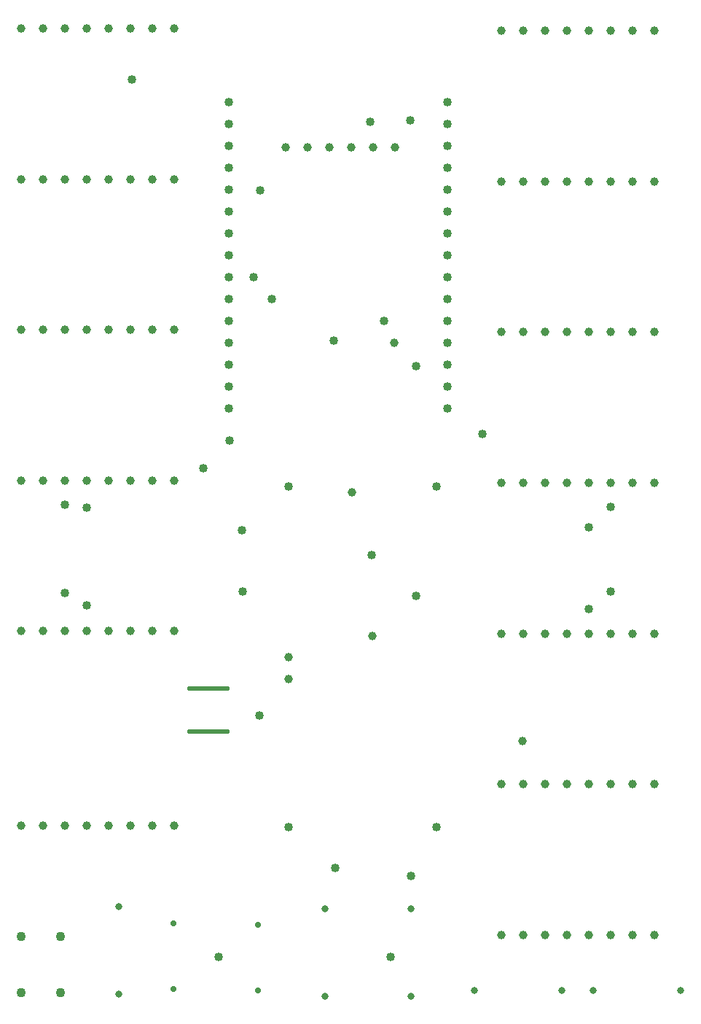
<source format=gbr>
%TF.GenerationSoftware,KiCad,Pcbnew,(6.0.10)*%
%TF.CreationDate,2023-10-14T21:32:33-03:00*%
%TF.ProjectId,FirstBoard,46697273-7442-46f6-9172-642e6b696361,rev?*%
%TF.SameCoordinates,Original*%
%TF.FileFunction,Plated,1,2,PTH,Mixed*%
%TF.FilePolarity,Positive*%
%FSLAX46Y46*%
G04 Gerber Fmt 4.6, Leading zero omitted, Abs format (unit mm)*
G04 Created by KiCad (PCBNEW (6.0.10)) date 2023-10-14 21:32:33*
%MOMM*%
%LPD*%
G01*
G04 APERTURE LIST*
G04 aperture for slot hole*
%TA.AperFunction,ComponentDrill*%
%ADD10O,5.000000X0.500000*%
%TD*%
%TA.AperFunction,ComponentDrill*%
%ADD11C,0.700000*%
%TD*%
%TA.AperFunction,ComponentDrill*%
%ADD12C,0.800000*%
%TD*%
%TA.AperFunction,ViaDrill*%
%ADD13C,1.000000*%
%TD*%
%TA.AperFunction,ComponentDrill*%
%ADD14C,1.000000*%
%TD*%
%TA.AperFunction,ViaDrill*%
%ADD15C,1.020000*%
%TD*%
%TA.AperFunction,ComponentDrill*%
%ADD16C,1.020000*%
%TD*%
%TA.AperFunction,ComponentDrill*%
%ADD17C,1.100000*%
%TD*%
G04 APERTURE END LIST*
D10*
%TO.C,SW2*%
X66480000Y-143733000D03*
X66480000Y-148730000D03*
D11*
%TO.C,D0*%
X62420000Y-170950000D03*
X62420000Y-178570000D03*
%TO.C,D1*%
X72220000Y-171150000D03*
X72220000Y-178770000D03*
D12*
%TO.C,R1*%
X56120000Y-169080000D03*
X56120000Y-179240000D03*
%TO.C,R3*%
X80040000Y-169260000D03*
X80040000Y-179420000D03*
%TO.C,R2*%
X90020000Y-169280000D03*
X90020000Y-179440000D03*
%TO.C,R4*%
X97440000Y-178760000D03*
X107600000Y-178760000D03*
%TO.C,R5*%
X111220000Y-178760000D03*
X121380000Y-178760000D03*
%TD*%
D13*
X83183835Y-120923835D03*
X85530000Y-137670000D03*
X88070000Y-103565571D03*
X103012188Y-149797812D03*
D14*
%TO.C,J8*%
X44725000Y-67130000D03*
%TO.C,J9*%
X44725000Y-84610000D03*
%TO.C,J10*%
X44725000Y-102090000D03*
%TO.C,J11*%
X44725000Y-119570000D03*
%TO.C,J12*%
X44725000Y-137050000D03*
%TO.C,J13*%
X44725000Y-159660000D03*
%TO.C,J8*%
X47265000Y-67130000D03*
%TO.C,J9*%
X47265000Y-84610000D03*
%TO.C,J10*%
X47265000Y-102090000D03*
%TO.C,J11*%
X47265000Y-119570000D03*
%TO.C,J12*%
X47265000Y-137050000D03*
%TO.C,J13*%
X47265000Y-159660000D03*
%TO.C,J8*%
X49805000Y-67130000D03*
%TO.C,J9*%
X49805000Y-84610000D03*
%TO.C,J10*%
X49805000Y-102090000D03*
%TO.C,J11*%
X49805000Y-119570000D03*
%TO.C,J12*%
X49805000Y-137050000D03*
%TO.C,J13*%
X49805000Y-159660000D03*
%TO.C,J8*%
X52345000Y-67130000D03*
%TO.C,J9*%
X52345000Y-84610000D03*
%TO.C,J10*%
X52345000Y-102090000D03*
%TO.C,J11*%
X52345000Y-119570000D03*
%TO.C,J12*%
X52345000Y-137050000D03*
%TO.C,J13*%
X52345000Y-159660000D03*
%TO.C,J8*%
X54885000Y-67130000D03*
%TO.C,J9*%
X54885000Y-84610000D03*
%TO.C,J10*%
X54885000Y-102090000D03*
%TO.C,J11*%
X54885000Y-119570000D03*
%TO.C,J12*%
X54885000Y-137050000D03*
%TO.C,J13*%
X54885000Y-159660000D03*
%TO.C,J8*%
X57425000Y-67130000D03*
%TO.C,J9*%
X57425000Y-84610000D03*
%TO.C,J10*%
X57425000Y-102090000D03*
%TO.C,J11*%
X57425000Y-119570000D03*
%TO.C,J12*%
X57425000Y-137050000D03*
%TO.C,J13*%
X57425000Y-159660000D03*
%TO.C,J8*%
X59965000Y-67130000D03*
%TO.C,J9*%
X59965000Y-84610000D03*
%TO.C,J10*%
X59965000Y-102090000D03*
%TO.C,J11*%
X59965000Y-119570000D03*
%TO.C,J12*%
X59965000Y-137050000D03*
%TO.C,J13*%
X59965000Y-159660000D03*
%TO.C,J8*%
X62505000Y-67130000D03*
%TO.C,J9*%
X62505000Y-84610000D03*
%TO.C,J10*%
X62505000Y-102090000D03*
%TO.C,J11*%
X62505000Y-119570000D03*
%TO.C,J12*%
X62505000Y-137050000D03*
%TO.C,J13*%
X62505000Y-159660000D03*
%TO.C,J15*%
X75478224Y-80910529D03*
%TO.C,J0*%
X75820000Y-140085000D03*
X75820000Y-142625000D03*
%TO.C,J15*%
X78018224Y-80910529D03*
X80558224Y-80910529D03*
X83098224Y-80910529D03*
X85638224Y-80910529D03*
X88178224Y-80910529D03*
%TO.C,J7*%
X100510000Y-67380000D03*
%TO.C,J6*%
X100510000Y-84840000D03*
%TO.C,J5*%
X100510000Y-102340000D03*
%TO.C,J4*%
X100510000Y-119840000D03*
%TO.C,J3*%
X100510000Y-137340000D03*
%TO.C,J2*%
X100510000Y-154820000D03*
%TO.C,J1*%
X100510000Y-172300000D03*
%TO.C,J7*%
X103050000Y-67380000D03*
%TO.C,J6*%
X103050000Y-84840000D03*
%TO.C,J5*%
X103050000Y-102340000D03*
%TO.C,J4*%
X103050000Y-119840000D03*
%TO.C,J3*%
X103050000Y-137340000D03*
%TO.C,J2*%
X103050000Y-154820000D03*
%TO.C,J1*%
X103050000Y-172300000D03*
%TO.C,J7*%
X105590000Y-67380000D03*
%TO.C,J6*%
X105590000Y-84840000D03*
%TO.C,J5*%
X105590000Y-102340000D03*
%TO.C,J4*%
X105590000Y-119840000D03*
%TO.C,J3*%
X105590000Y-137340000D03*
%TO.C,J2*%
X105590000Y-154820000D03*
%TO.C,J1*%
X105590000Y-172300000D03*
%TO.C,J7*%
X108130000Y-67380000D03*
%TO.C,J6*%
X108130000Y-84840000D03*
%TO.C,J5*%
X108130000Y-102340000D03*
%TO.C,J4*%
X108130000Y-119840000D03*
%TO.C,J3*%
X108130000Y-137340000D03*
%TO.C,J2*%
X108130000Y-154820000D03*
%TO.C,J1*%
X108130000Y-172300000D03*
%TO.C,J7*%
X110670000Y-67380000D03*
%TO.C,J6*%
X110670000Y-84840000D03*
%TO.C,J5*%
X110670000Y-102340000D03*
%TO.C,J4*%
X110670000Y-119840000D03*
%TO.C,J3*%
X110670000Y-137340000D03*
%TO.C,J2*%
X110670000Y-154820000D03*
%TO.C,J1*%
X110670000Y-172300000D03*
%TO.C,J7*%
X113210000Y-67380000D03*
%TO.C,J6*%
X113210000Y-84840000D03*
%TO.C,J5*%
X113210000Y-102340000D03*
%TO.C,J4*%
X113210000Y-119840000D03*
%TO.C,J3*%
X113210000Y-137340000D03*
%TO.C,J2*%
X113210000Y-154820000D03*
%TO.C,J1*%
X113210000Y-172300000D03*
%TO.C,J7*%
X115750000Y-67380000D03*
%TO.C,J6*%
X115750000Y-84840000D03*
%TO.C,J5*%
X115750000Y-102340000D03*
%TO.C,J4*%
X115750000Y-119840000D03*
%TO.C,J3*%
X115750000Y-137340000D03*
%TO.C,J2*%
X115750000Y-154820000D03*
%TO.C,J1*%
X115750000Y-172300000D03*
%TO.C,J7*%
X118290000Y-67380000D03*
%TO.C,J6*%
X118290000Y-84840000D03*
%TO.C,J5*%
X118290000Y-102340000D03*
%TO.C,J4*%
X118290000Y-119840000D03*
%TO.C,J3*%
X118290000Y-137340000D03*
%TO.C,J2*%
X118290000Y-154820000D03*
%TO.C,J1*%
X118290000Y-172300000D03*
%TD*%
D15*
X49805000Y-122375000D03*
X49805000Y-132675000D03*
X52345000Y-122685000D03*
X52345000Y-134035000D03*
X57620000Y-73060000D03*
X65920000Y-118160000D03*
X67720000Y-174860000D03*
X68970000Y-114960000D03*
X70420000Y-125360000D03*
X70490000Y-132430000D03*
X71737282Y-95940200D03*
X72420000Y-146860000D03*
X72520000Y-85860000D03*
X73880200Y-98480200D03*
X81020000Y-103360000D03*
X81220000Y-164560000D03*
X85320000Y-77910000D03*
X85420000Y-128260000D03*
X86880200Y-101020200D03*
X87620000Y-174860000D03*
X89920000Y-77760000D03*
X90020000Y-165460000D03*
X90610000Y-106320000D03*
X90610000Y-132990000D03*
X98370000Y-114160000D03*
X110670000Y-125010000D03*
X110670000Y-134460000D03*
X113210000Y-122670000D03*
X113210000Y-132470000D03*
D16*
%TO.C,U1*%
X68884800Y-75620200D03*
X68884800Y-78160200D03*
X68884800Y-80700200D03*
X68884800Y-83240200D03*
X68884800Y-85780200D03*
X68884800Y-88320200D03*
X68884800Y-90860200D03*
X68884800Y-93400200D03*
X68884800Y-95940200D03*
X68884800Y-98480200D03*
X68884800Y-101020200D03*
X68884800Y-103560200D03*
X68884800Y-106100200D03*
X68884800Y-108640200D03*
X68884800Y-111180200D03*
%TO.C,U2*%
X75840544Y-120301065D03*
X75840544Y-159798065D03*
X92985544Y-120301065D03*
X92985544Y-159798065D03*
%TO.C,U1*%
X94284800Y-75620200D03*
X94284800Y-78160200D03*
X94284800Y-80700200D03*
X94284800Y-83240200D03*
X94284800Y-85780200D03*
X94284800Y-88320200D03*
X94284800Y-90860200D03*
X94284800Y-93400200D03*
X94284800Y-95940200D03*
X94284800Y-98480200D03*
X94284800Y-101020200D03*
X94284800Y-103560200D03*
X94284800Y-106100200D03*
X94284800Y-108640200D03*
X94284800Y-111180200D03*
D17*
%TO.C,SW1*%
X44770000Y-172510000D03*
X44770000Y-179010000D03*
X49270000Y-172510000D03*
X49270000Y-179010000D03*
M02*

</source>
